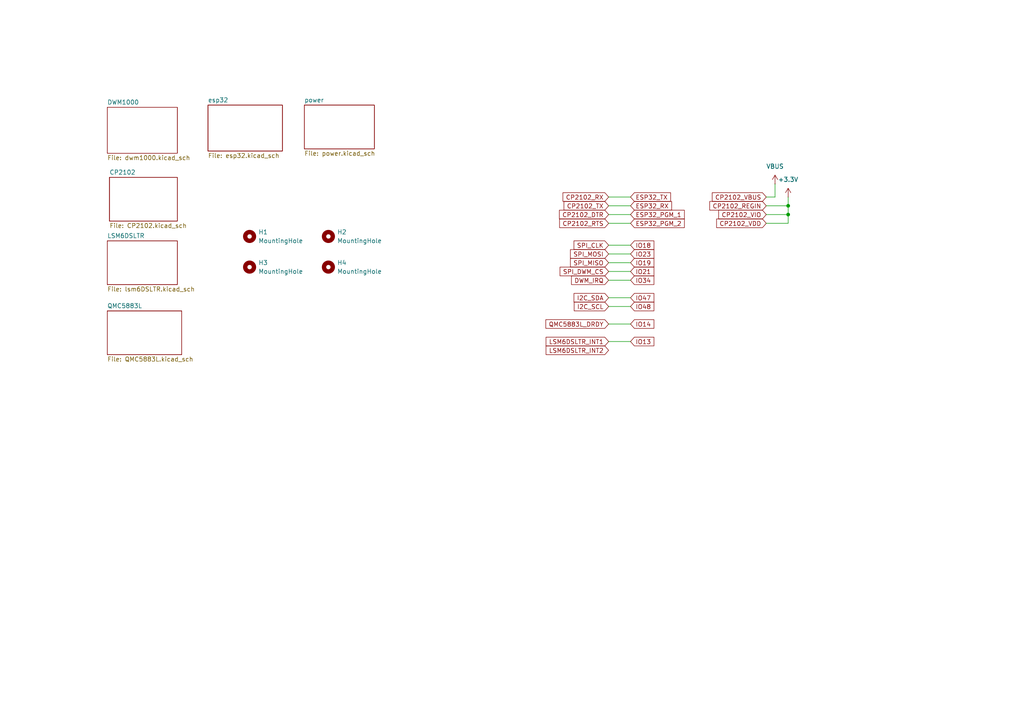
<source format=kicad_sch>
(kicad_sch (version 20231120) (generator "eeschema") (generator_version "8.0")
  (paper "A4")
  (lib_symbols
    (symbol "Mechanical:MountingHole" (pin_names (offset 1.016)) (exclude_from_sim yes) (in_bom no)
      (property "Reference" "H" (at 0 5.08 0))
      (property "Value" "MountingHole" (at 0 3.175 0))
      (symbol "MountingHole_0_1"
        (circle (center 0 0) (radius 1.27) (stroke (width 1.27)))
      )
    )
    (symbol "power:+3.3V" (power) (pin_numbers hide) (pin_names (offset 0) hide)
      (property "Value" "+3.3V" (at 0 3.556 0))
      (symbol "+3.3V_0_1"
        (polyline (pts (xy -0.762 1.27) (xy 0 2.54)))
        (polyline (pts (xy 0 0) (xy 0 2.54)))
        (polyline (pts (xy 0 2.54) (xy 0.762 1.27)))
      )
      (symbol "+3.3V_1_1"
        (pin power_in line (at 0 0 90) (length 0) (name "~") (number "1"))
      )
    )
    (symbol "power:VBUS" (power) (pin_numbers hide) (pin_names (offset 0) hide)
      (property "Value" "VBUS" (at 0 3.556 0))
      (symbol "VBUS_0_1"
        (polyline (pts (xy -0.762 1.27) (xy 0 2.54)))
        (polyline (pts (xy 0 0) (xy 0 2.54)))
        (polyline (pts (xy 0 2.54) (xy 0.762 1.27)))
      )
      (symbol "VBUS_1_1"
        (pin power_in line (at 0 0 90) (length 0) (name "~") (number "1"))
      )
    )
  )
  (junction (at 228.6 62.23))
  (junction (at 228.6 59.69))
  (wire (pts (xy 176.53 71.12) (xy 182.88 71.12)))
  (wire (pts (xy 228.6 62.23) (xy 228.6 59.69)))
  (wire (pts (xy 222.25 64.77) (xy 228.6 64.77)))
  (wire (pts (xy 176.53 73.66) (xy 182.88 73.66)))
  (wire (pts (xy 176.53 93.98) (xy 182.88 93.98)))
  (wire (pts (xy 176.53 64.77) (xy 182.88 64.77)))
  (wire (pts (xy 176.53 57.15) (xy 182.88 57.15)))
  (wire (pts (xy 176.53 99.06) (xy 182.88 99.06)))
  (wire (pts (xy 224.79 53.34) (xy 224.79 57.15)))
  (wire (pts (xy 222.25 59.69) (xy 228.6 59.69)))
  (wire (pts (xy 176.53 86.36) (xy 182.88 86.36)))
  (wire (pts (xy 228.6 59.69) (xy 228.6 57.15)))
  (wire (pts (xy 176.53 78.74) (xy 182.88 78.74)))
  (wire (pts (xy 176.53 88.9) (xy 182.88 88.9)))
  (wire (pts (xy 176.53 81.28) (xy 182.88 81.28)))
  (wire (pts (xy 222.25 62.23) (xy 228.6 62.23)))
  (wire (pts (xy 176.53 62.23) (xy 182.88 62.23)))
  (wire (pts (xy 176.53 76.2) (xy 182.88 76.2)))
  (wire (pts (xy 224.79 57.15) (xy 222.25 57.15)))
  (wire (pts (xy 176.53 59.69) (xy 182.88 59.69)))
  (wire (pts (xy 228.6 64.77) (xy 228.6 62.23)))
  (global_label "IO19" (shape input) (at 182.88 76.2 0) (property "Intersheetrefs" "${INTERSHEET_REFS}" (effects (hide yes))))
  (global_label "IO13" (shape input) (at 182.88 99.06 0) (property "Intersheetrefs" "${INTERSHEET_REFS}" (effects (hide yes))))
  (global_label "I2C_SCL" (shape input) (at 176.53 88.9 180) (property "Intersheetrefs" "${INTERSHEET_REFS}" (effects (hide yes))))
  (global_label "CP2102_RX" (shape input) (at 176.53 57.15 180) (property "Intersheetrefs" "${INTERSHEET_REFS}" (effects (hide yes))))
  (global_label "CP2102_DTR" (shape input) (at 176.53 62.23 180) (property "Intersheetrefs" "${INTERSHEET_REFS}" (effects (hide yes))))
  (global_label "CP2102_VDD" (shape input) (at 222.25 64.77 180) (property "Intersheetrefs" "${INTERSHEET_REFS}" (effects (hide yes))))
  (global_label "SPI_MISO" (shape input) (at 176.53 76.2 180) (property "Intersheetrefs" "${INTERSHEET_REFS}" (effects (hide yes))))
  (global_label "IO34" (shape input) (at 182.88 81.28 0) (property "Intersheetrefs" "${INTERSHEET_REFS}" (effects (hide yes))))
  (global_label "CP2102_REGIN" (shape input) (at 222.25 59.69 180) (property "Intersheetrefs" "${INTERSHEET_REFS}" (effects (hide yes))))
  (global_label "CP2102_VBUS" (shape input) (at 222.25 57.15 180) (property "Intersheetrefs" "${INTERSHEET_REFS}" (effects (hide yes))))
  (global_label "ESP32_PGM_1" (shape input) (at 182.88 62.23 0) (property "Intersheetrefs" "${INTERSHEET_REFS}" (effects (hide yes))))
  (global_label "I2C_SDA" (shape input) (at 176.53 86.36 180) (property "Intersheetrefs" "${INTERSHEET_REFS}" (effects (hide yes))))
  (global_label "DWM_IRQ" (shape input) (at 176.53 81.28 180) (property "Intersheetrefs" "${INTERSHEET_REFS}" (effects (hide yes))))
  (global_label "SPI_CLK" (shape input) (at 176.53 71.12 180) (property "Intersheetrefs" "${INTERSHEET_REFS}" (effects (hide yes))))
  (global_label "SPI_DWM_CS" (shape input) (at 176.53 78.74 180) (property "Intersheetrefs" "${INTERSHEET_REFS}" (effects (hide yes))))
  (global_label "IO21" (shape input) (at 182.88 78.74 0) (property "Intersheetrefs" "${INTERSHEET_REFS}" (effects (hide yes))))
  (global_label "CP2102_VIO" (shape input) (at 222.25 62.23 180) (property "Intersheetrefs" "${INTERSHEET_REFS}" (effects (hide yes))))
  (global_label "ESP32_PGM_2" (shape input) (at 182.88 64.77 0) (property "Intersheetrefs" "${INTERSHEET_REFS}" (effects (hide yes))))
  (global_label "ESP32_RX" (shape input) (at 182.88 59.69 0) (property "Intersheetrefs" "${INTERSHEET_REFS}" (effects (hide yes))))
  (global_label "LSM6DSLTR_INT2" (shape input) (at 176.53 101.6 180) (property "Intersheetrefs" "${INTERSHEET_REFS}" (effects (hide yes))))
  (global_label "SPI_MOSI" (shape input) (at 176.53 73.66 180) (property "Intersheetrefs" "${INTERSHEET_REFS}" (effects (hide yes))))
  (global_label "IO18" (shape input) (at 182.88 71.12 0) (property "Intersheetrefs" "${INTERSHEET_REFS}" (effects (hide yes))))
  (global_label "CP2102_RTS" (shape input) (at 176.53 64.77 180) (property "Intersheetrefs" "${INTERSHEET_REFS}" (effects (hide yes))))
  (global_label "IO23" (shape input) (at 182.88 73.66 0) (property "Intersheetrefs" "${INTERSHEET_REFS}" (effects (hide yes))))
  (global_label "QMC5883L_DRDY" (shape input) (at 176.53 93.98 180) (property "Intersheetrefs" "${INTERSHEET_REFS}" (effects (hide yes))))
  (global_label "CP2102_TX" (shape input) (at 176.53 59.69 180) (property "Intersheetrefs" "${INTERSHEET_REFS}" (effects (hide yes))))
  (global_label "ESP32_TX" (shape input) (at 182.88 57.15 0) (property "Intersheetrefs" "${INTERSHEET_REFS}" (effects (hide yes))))
  (global_label "LSM6DSLTR_INT1" (shape input) (at 176.53 99.06 180) (property "Intersheetrefs" "${INTERSHEET_REFS}" (effects (hide yes))))
  (global_label "IO14" (shape input) (at 182.88 93.98 0) (property "Intersheetrefs" "${INTERSHEET_REFS}" (effects (hide yes))))
  (global_label "IO47" (shape input) (at 182.88 86.36 0) (property "Intersheetrefs" "${INTERSHEET_REFS}" (effects (hide yes))))
  (global_label "IO48" (shape input) (at 182.88 88.9 0) (property "Intersheetrefs" "${INTERSHEET_REFS}" (effects (hide yes))))
  (symbol (lib_id "Mechanical:MountingHole") (at 72.39 68.58 0) (unit 1) (exclude_from_sim yes) (in_bom no)
    (property "Reference" "H1" (at 74.93 67.3099 0) (effects (justify left)))
    (property "Value" "MountingHole" (at 74.93 69.8499 0) (effects (justify left)))
    (property "Footprint" "MountingHole:MountingHole_3.2mm_M3" (effects (hide yes)))
    (property "Description" "Mounting Hole without connection" (effects (hide yes)))
  )
  (symbol (lib_id "Mechanical:MountingHole") (at 95.25 77.47 0) (unit 1) (exclude_from_sim yes) (in_bom no)
    (property "Reference" "H4" (at 97.79 76.1999 0) (effects (justify left)))
    (property "Value" "MountingHole" (at 97.79 78.7399 0) (effects (justify left)))
    (property "Footprint" "MountingHole:MountingHole_3.2mm_M3" (effects (hide yes)))
    (property "Description" "Mounting Hole without connection" (effects (hide yes)))
  )
  (symbol (lib_id "power:VBUS") (at 224.79 53.34 0) (unit 1)
    (property "Reference" "#PWR031" (effects (hide yes)))
    (property "Value" "VBUS" (at 224.79 48.26 0))
    (property "Description" "Power symbol creates a global label with name \"VBUS\"" (effects (hide yes)))
  )
  (symbol (lib_id "power:+3.3V") (at 228.6 57.15 0) (unit 1)
    (property "Reference" "#PWR032" (effects (hide yes)))
    (property "Value" "+3.3V" (at 228.6 52.07 0))
    (property "Description" "Power symbol creates a global label with name \"+3.3V\"" (effects (hide yes)))
  )
  (symbol (lib_id "Mechanical:MountingHole") (at 72.39 77.47 0) (unit 1) (exclude_from_sim yes) (in_bom no)
    (property "Reference" "H3" (at 74.93 76.1999 0) (effects (justify left)))
    (property "Value" "MountingHole" (at 74.93 78.7399 0) (effects (justify left)))
    (property "Footprint" "MountingHole:MountingHole_3.2mm_M3" (effects (hide yes)))
    (property "Description" "Mounting Hole without connection" (effects (hide yes)))
  )
  (symbol (lib_id "Mechanical:MountingHole") (at 95.25 68.58 0) (unit 1) (exclude_from_sim yes) (in_bom no)
    (property "Reference" "H2" (at 97.79 67.3099 0) (effects (justify left)))
    (property "Value" "MountingHole" (at 97.79 69.8499 0) (effects (justify left)))
    (property "Footprint" "MountingHole:MountingHole_3.2mm_M3" (effects (hide yes)))
    (property "Description" "Mounting Hole without connection" (effects (hide yes)))
  )
  (sheet (at 31.115 31.115) (size 20.32 13.335) (stroke (width 0.1524))
    (property "Sheetname" "DWM1000" (at 31.115 30.4034 0) (effects (justify left bottom)))
    (property "Sheetfile" "dwm1000.kicad_sch" (at 31.115 45.0346 0) (effects (justify left top)))
  )
  (sheet (at 31.115 90.17) (size 21.59 12.7) (stroke (width 0.1524))
    (property "Sheetname" "QMC5883L" (at 31.115 89.4584 0) (effects (justify left bottom)))
    (property "Sheetfile" "QMC5883L.kicad_sch" (at 31.115 103.4546 0) (effects (justify left top)))
  )
  (sheet (at 31.115 69.85) (size 20.32 12.7) (stroke (width 0.1524))
    (property "Sheetname" "LSM6DSLTR" (at 31.115 69.1384 0) (effects (justify left bottom)))
    (property "Sheetfile" "lsm6DSLTR.kicad_sch" (at 31.115 83.1346 0) (effects (justify left top)))
  )
  (sheet (at 88.265 30.48) (size 20.32 12.7) (stroke (width 0.1524))
    (property "Sheetname" "power" (at 88.265 29.7684 0) (effects (justify left bottom)))
    (property "Sheetfile" "power.kicad_sch" (at 88.265 43.7646 0) (effects (justify left top)))
  )
  (sheet (at 60.325 30.48) (size 21.59 13.335) (stroke (width 0.1524))
    (property "Sheetname" "esp32" (at 60.325 29.7684 0) (effects (justify left bottom)))
    (property "Sheetfile" "esp32.kicad_sch" (at 60.325 44.3996 0) (effects (justify left top)))
  )
  (sheet (at 31.75 51.435) (size 19.685 12.7) (stroke (width 0.1524))
    (property "Sheetname" "CP2102" (at 31.75 50.7234 0) (effects (justify left bottom)))
    (property "Sheetfile" "CP2102.kicad_sch" (at 31.75 64.7196 0) (effects (justify left top)))
  )
)
</source>
